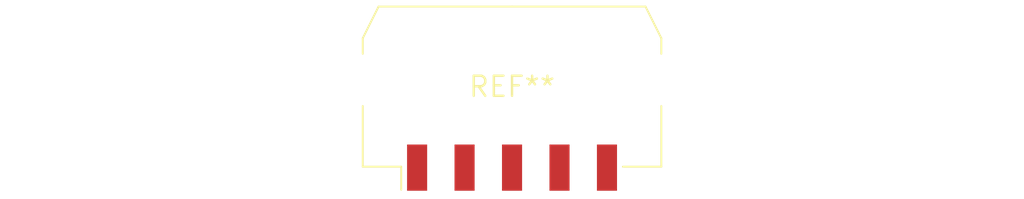
<source format=kicad_pcb>
(kicad_pcb (version 20240108) (generator pcbnew)
  (layers (0 "F.Cu" signal) (31 "B.Cu" signal) (34 "B.Paste" user) (35 "F.Paste" user) (36 "B.SilkS" user "B.Silkscreen") (37 "F.SilkS" user "F.Silkscreen") (38 "B.Mask" user) (39 "F.Mask" user) (44 "Edge.Cuts" user))
  (net 0 "")
  (footprint "Molex_Micro-Fit_3.0_43650-0510_1x05-1MP_P3.00mm_Horizontal" (layer "F.Cu") (at 0 0)
    (property "Reference" "REF**")
    (property "Value" "Molex_Micro-Fit_3.0_43650-0510_1x05-1MP_P3.00mm_Horizontal")
    (fp_line (start -9.435 -3.06) (end -9.435 -2.075) (layer "F.SilkS") (stroke (width 0.12)))
    (fp_line (start -9.435 1.225) (end -9.435 5.06) (layer "F.SilkS") (stroke (width 0.12)))
    (fp_line (start -9.435 5.06) (end -7.005 5.06) (layer "F.SilkS") (stroke (width 0.12)))
    (fp_line (start -8.435 -5.06) (end -9.435 -3.06) (layer "F.SilkS") (stroke (width 0.12)))
    (fp_line (start -7.005 5.06) (end -7.005 6.52) (layer "F.SilkS") (stroke (width 0.12)))
    (fp_line (start 0 -5.06) (end -8.435 -5.06) (layer "F.SilkS") (stroke (width 0.12)))
    (fp_line (start 0 -5.06) (end 8.435 -5.06) (layer "F.SilkS") (stroke (width 0.12)))
    (fp_line (start 8.435 -5.06) (end 9.435 -3.06) (layer "F.SilkS") (stroke (width 0.12)))
    (fp_line (start 9.435 -3.06) (end 9.435 -2.075) (layer "F.SilkS") (stroke (width 0.12)))
    (fp_line (start 9.435 1.225) (end 9.435 5.06) (layer "F.SilkS") (stroke (width 0.12)))
    (fp_line (start 9.435 5.06) (end 7.005 5.06) (layer "F.SilkS") (stroke (width 0.12)))
    (pad "1" smd rect (at -6 5.12) (size 1.27 2.92) (layers "F.Cu" "F.Paste" "F.Mask"))
    (pad "2" smd rect (at -3 5.12) (size 1.27 2.92) (layers "F.Cu" "F.Paste" "F.Mask"))
    (pad "3" smd rect (at 0 5.12) (size 1.27 2.92) (layers "F.Cu" "F.Paste" "F.Mask"))
    (pad "4" smd rect (at 3 5.12) (size 1.27 2.92) (layers "F.Cu" "F.Paste" "F.Mask"))
    (pad "5" smd rect (at 6 5.12) (size 1.27 2.92) (layers "F.Cu" "F.Paste" "F.Mask"))
    (pad "MP" thru_hole circle (at -8.15 -0.35) (size 2.71 2.71) (drill 2.41) (layers *.Cu *.Mask) (remove_unused_layers))
    (pad "MP" thru_hole circle (at 8.15 -0.35) (size 2.71 2.71) (drill 2.41) (layers *.Cu *.Mask) (remove_unused_layers))
  )
)
</source>
